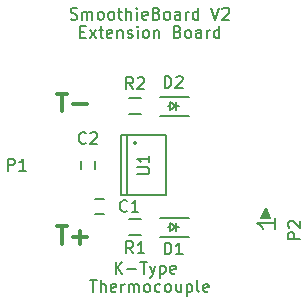
<source format=gbr>
G04 #@! TF.FileFunction,Legend,Top*
%FSLAX46Y46*%
G04 Gerber Fmt 4.6, Leading zero omitted, Abs format (unit mm)*
G04 Created by KiCad (PCBNEW 4.0.2-stable) date 4/28/2016 11:26:28 AM*
%MOMM*%
G01*
G04 APERTURE LIST*
%ADD10C,0.100000*%
%ADD11C,0.150000*%
%ADD12C,0.300000*%
%ADD13C,0.198120*%
%ADD14C,0.200000*%
G04 APERTURE END LIST*
D10*
D11*
X7285714Y26370238D02*
X7428571Y26322619D01*
X7666667Y26322619D01*
X7761905Y26370238D01*
X7809524Y26417857D01*
X7857143Y26513095D01*
X7857143Y26608333D01*
X7809524Y26703571D01*
X7761905Y26751190D01*
X7666667Y26798810D01*
X7476190Y26846429D01*
X7380952Y26894048D01*
X7333333Y26941667D01*
X7285714Y27036905D01*
X7285714Y27132143D01*
X7333333Y27227381D01*
X7380952Y27275000D01*
X7476190Y27322619D01*
X7714286Y27322619D01*
X7857143Y27275000D01*
X8285714Y26322619D02*
X8285714Y26989286D01*
X8285714Y26894048D02*
X8333333Y26941667D01*
X8428571Y26989286D01*
X8571429Y26989286D01*
X8666667Y26941667D01*
X8714286Y26846429D01*
X8714286Y26322619D01*
X8714286Y26846429D02*
X8761905Y26941667D01*
X8857143Y26989286D01*
X9000000Y26989286D01*
X9095238Y26941667D01*
X9142857Y26846429D01*
X9142857Y26322619D01*
X9761904Y26322619D02*
X9666666Y26370238D01*
X9619047Y26417857D01*
X9571428Y26513095D01*
X9571428Y26798810D01*
X9619047Y26894048D01*
X9666666Y26941667D01*
X9761904Y26989286D01*
X9904762Y26989286D01*
X10000000Y26941667D01*
X10047619Y26894048D01*
X10095238Y26798810D01*
X10095238Y26513095D01*
X10047619Y26417857D01*
X10000000Y26370238D01*
X9904762Y26322619D01*
X9761904Y26322619D01*
X10666666Y26322619D02*
X10571428Y26370238D01*
X10523809Y26417857D01*
X10476190Y26513095D01*
X10476190Y26798810D01*
X10523809Y26894048D01*
X10571428Y26941667D01*
X10666666Y26989286D01*
X10809524Y26989286D01*
X10904762Y26941667D01*
X10952381Y26894048D01*
X11000000Y26798810D01*
X11000000Y26513095D01*
X10952381Y26417857D01*
X10904762Y26370238D01*
X10809524Y26322619D01*
X10666666Y26322619D01*
X11285714Y26989286D02*
X11666666Y26989286D01*
X11428571Y27322619D02*
X11428571Y26465476D01*
X11476190Y26370238D01*
X11571428Y26322619D01*
X11666666Y26322619D01*
X12000000Y26322619D02*
X12000000Y27322619D01*
X12428572Y26322619D02*
X12428572Y26846429D01*
X12380953Y26941667D01*
X12285715Y26989286D01*
X12142857Y26989286D01*
X12047619Y26941667D01*
X12000000Y26894048D01*
X12904762Y26322619D02*
X12904762Y26989286D01*
X12904762Y27322619D02*
X12857143Y27275000D01*
X12904762Y27227381D01*
X12952381Y27275000D01*
X12904762Y27322619D01*
X12904762Y27227381D01*
X13761905Y26370238D02*
X13666667Y26322619D01*
X13476190Y26322619D01*
X13380952Y26370238D01*
X13333333Y26465476D01*
X13333333Y26846429D01*
X13380952Y26941667D01*
X13476190Y26989286D01*
X13666667Y26989286D01*
X13761905Y26941667D01*
X13809524Y26846429D01*
X13809524Y26751190D01*
X13333333Y26655952D01*
X14571429Y26846429D02*
X14714286Y26798810D01*
X14761905Y26751190D01*
X14809524Y26655952D01*
X14809524Y26513095D01*
X14761905Y26417857D01*
X14714286Y26370238D01*
X14619048Y26322619D01*
X14238095Y26322619D01*
X14238095Y27322619D01*
X14571429Y27322619D01*
X14666667Y27275000D01*
X14714286Y27227381D01*
X14761905Y27132143D01*
X14761905Y27036905D01*
X14714286Y26941667D01*
X14666667Y26894048D01*
X14571429Y26846429D01*
X14238095Y26846429D01*
X15380952Y26322619D02*
X15285714Y26370238D01*
X15238095Y26417857D01*
X15190476Y26513095D01*
X15190476Y26798810D01*
X15238095Y26894048D01*
X15285714Y26941667D01*
X15380952Y26989286D01*
X15523810Y26989286D01*
X15619048Y26941667D01*
X15666667Y26894048D01*
X15714286Y26798810D01*
X15714286Y26513095D01*
X15666667Y26417857D01*
X15619048Y26370238D01*
X15523810Y26322619D01*
X15380952Y26322619D01*
X16571429Y26322619D02*
X16571429Y26846429D01*
X16523810Y26941667D01*
X16428572Y26989286D01*
X16238095Y26989286D01*
X16142857Y26941667D01*
X16571429Y26370238D02*
X16476191Y26322619D01*
X16238095Y26322619D01*
X16142857Y26370238D01*
X16095238Y26465476D01*
X16095238Y26560714D01*
X16142857Y26655952D01*
X16238095Y26703571D01*
X16476191Y26703571D01*
X16571429Y26751190D01*
X17047619Y26322619D02*
X17047619Y26989286D01*
X17047619Y26798810D02*
X17095238Y26894048D01*
X17142857Y26941667D01*
X17238095Y26989286D01*
X17333334Y26989286D01*
X18095239Y26322619D02*
X18095239Y27322619D01*
X18095239Y26370238D02*
X18000001Y26322619D01*
X17809524Y26322619D01*
X17714286Y26370238D01*
X17666667Y26417857D01*
X17619048Y26513095D01*
X17619048Y26798810D01*
X17666667Y26894048D01*
X17714286Y26941667D01*
X17809524Y26989286D01*
X18000001Y26989286D01*
X18095239Y26941667D01*
X19190477Y27322619D02*
X19523810Y26322619D01*
X19857144Y27322619D01*
X20142858Y27227381D02*
X20190477Y27275000D01*
X20285715Y27322619D01*
X20523811Y27322619D01*
X20619049Y27275000D01*
X20666668Y27227381D01*
X20714287Y27132143D01*
X20714287Y27036905D01*
X20666668Y26894048D01*
X20095239Y26322619D01*
X20714287Y26322619D01*
X8119047Y25296429D02*
X8452381Y25296429D01*
X8595238Y24772619D02*
X8119047Y24772619D01*
X8119047Y25772619D01*
X8595238Y25772619D01*
X8928571Y24772619D02*
X9452381Y25439286D01*
X8928571Y25439286D02*
X9452381Y24772619D01*
X9690476Y25439286D02*
X10071428Y25439286D01*
X9833333Y25772619D02*
X9833333Y24915476D01*
X9880952Y24820238D01*
X9976190Y24772619D01*
X10071428Y24772619D01*
X10785715Y24820238D02*
X10690477Y24772619D01*
X10500000Y24772619D01*
X10404762Y24820238D01*
X10357143Y24915476D01*
X10357143Y25296429D01*
X10404762Y25391667D01*
X10500000Y25439286D01*
X10690477Y25439286D01*
X10785715Y25391667D01*
X10833334Y25296429D01*
X10833334Y25201190D01*
X10357143Y25105952D01*
X11261905Y25439286D02*
X11261905Y24772619D01*
X11261905Y25344048D02*
X11309524Y25391667D01*
X11404762Y25439286D01*
X11547620Y25439286D01*
X11642858Y25391667D01*
X11690477Y25296429D01*
X11690477Y24772619D01*
X12119048Y24820238D02*
X12214286Y24772619D01*
X12404762Y24772619D01*
X12500001Y24820238D01*
X12547620Y24915476D01*
X12547620Y24963095D01*
X12500001Y25058333D01*
X12404762Y25105952D01*
X12261905Y25105952D01*
X12166667Y25153571D01*
X12119048Y25248810D01*
X12119048Y25296429D01*
X12166667Y25391667D01*
X12261905Y25439286D01*
X12404762Y25439286D01*
X12500001Y25391667D01*
X12976191Y24772619D02*
X12976191Y25439286D01*
X12976191Y25772619D02*
X12928572Y25725000D01*
X12976191Y25677381D01*
X13023810Y25725000D01*
X12976191Y25772619D01*
X12976191Y25677381D01*
X13595238Y24772619D02*
X13500000Y24820238D01*
X13452381Y24867857D01*
X13404762Y24963095D01*
X13404762Y25248810D01*
X13452381Y25344048D01*
X13500000Y25391667D01*
X13595238Y25439286D01*
X13738096Y25439286D01*
X13833334Y25391667D01*
X13880953Y25344048D01*
X13928572Y25248810D01*
X13928572Y24963095D01*
X13880953Y24867857D01*
X13833334Y24820238D01*
X13738096Y24772619D01*
X13595238Y24772619D01*
X14357143Y25439286D02*
X14357143Y24772619D01*
X14357143Y25344048D02*
X14404762Y25391667D01*
X14500000Y25439286D01*
X14642858Y25439286D01*
X14738096Y25391667D01*
X14785715Y25296429D01*
X14785715Y24772619D01*
X16357144Y25296429D02*
X16500001Y25248810D01*
X16547620Y25201190D01*
X16595239Y25105952D01*
X16595239Y24963095D01*
X16547620Y24867857D01*
X16500001Y24820238D01*
X16404763Y24772619D01*
X16023810Y24772619D01*
X16023810Y25772619D01*
X16357144Y25772619D01*
X16452382Y25725000D01*
X16500001Y25677381D01*
X16547620Y25582143D01*
X16547620Y25486905D01*
X16500001Y25391667D01*
X16452382Y25344048D01*
X16357144Y25296429D01*
X16023810Y25296429D01*
X17166667Y24772619D02*
X17071429Y24820238D01*
X17023810Y24867857D01*
X16976191Y24963095D01*
X16976191Y25248810D01*
X17023810Y25344048D01*
X17071429Y25391667D01*
X17166667Y25439286D01*
X17309525Y25439286D01*
X17404763Y25391667D01*
X17452382Y25344048D01*
X17500001Y25248810D01*
X17500001Y24963095D01*
X17452382Y24867857D01*
X17404763Y24820238D01*
X17309525Y24772619D01*
X17166667Y24772619D01*
X18357144Y24772619D02*
X18357144Y25296429D01*
X18309525Y25391667D01*
X18214287Y25439286D01*
X18023810Y25439286D01*
X17928572Y25391667D01*
X18357144Y24820238D02*
X18261906Y24772619D01*
X18023810Y24772619D01*
X17928572Y24820238D01*
X17880953Y24915476D01*
X17880953Y25010714D01*
X17928572Y25105952D01*
X18023810Y25153571D01*
X18261906Y25153571D01*
X18357144Y25201190D01*
X18833334Y24772619D02*
X18833334Y25439286D01*
X18833334Y25248810D02*
X18880953Y25344048D01*
X18928572Y25391667D01*
X19023810Y25439286D01*
X19119049Y25439286D01*
X19880954Y24772619D02*
X19880954Y25772619D01*
X19880954Y24820238D02*
X19785716Y24772619D01*
X19595239Y24772619D01*
X19500001Y24820238D01*
X19452382Y24867857D01*
X19404763Y24963095D01*
X19404763Y25248810D01*
X19452382Y25344048D01*
X19500001Y25391667D01*
X19595239Y25439286D01*
X19785716Y25439286D01*
X19880954Y25391667D01*
X11095238Y4822619D02*
X11095238Y5822619D01*
X11666667Y4822619D02*
X11238095Y5394048D01*
X11666667Y5822619D02*
X11095238Y5251190D01*
X12095238Y5203571D02*
X12857143Y5203571D01*
X13190476Y5822619D02*
X13761905Y5822619D01*
X13476190Y4822619D02*
X13476190Y5822619D01*
X14000000Y5489286D02*
X14238095Y4822619D01*
X14476191Y5489286D02*
X14238095Y4822619D01*
X14142857Y4584524D01*
X14095238Y4536905D01*
X14000000Y4489286D01*
X14857143Y5489286D02*
X14857143Y4489286D01*
X14857143Y5441667D02*
X14952381Y5489286D01*
X15142858Y5489286D01*
X15238096Y5441667D01*
X15285715Y5394048D01*
X15333334Y5298810D01*
X15333334Y5013095D01*
X15285715Y4917857D01*
X15238096Y4870238D01*
X15142858Y4822619D01*
X14952381Y4822619D01*
X14857143Y4870238D01*
X16142858Y4870238D02*
X16047620Y4822619D01*
X15857143Y4822619D01*
X15761905Y4870238D01*
X15714286Y4965476D01*
X15714286Y5346429D01*
X15761905Y5441667D01*
X15857143Y5489286D01*
X16047620Y5489286D01*
X16142858Y5441667D01*
X16190477Y5346429D01*
X16190477Y5251190D01*
X15714286Y5155952D01*
X8928571Y4272619D02*
X9500000Y4272619D01*
X9214285Y3272619D02*
X9214285Y4272619D01*
X9833333Y3272619D02*
X9833333Y4272619D01*
X10261905Y3272619D02*
X10261905Y3796429D01*
X10214286Y3891667D01*
X10119048Y3939286D01*
X9976190Y3939286D01*
X9880952Y3891667D01*
X9833333Y3844048D01*
X11119048Y3320238D02*
X11023810Y3272619D01*
X10833333Y3272619D01*
X10738095Y3320238D01*
X10690476Y3415476D01*
X10690476Y3796429D01*
X10738095Y3891667D01*
X10833333Y3939286D01*
X11023810Y3939286D01*
X11119048Y3891667D01*
X11166667Y3796429D01*
X11166667Y3701190D01*
X10690476Y3605952D01*
X11595238Y3272619D02*
X11595238Y3939286D01*
X11595238Y3748810D02*
X11642857Y3844048D01*
X11690476Y3891667D01*
X11785714Y3939286D01*
X11880953Y3939286D01*
X12214286Y3272619D02*
X12214286Y3939286D01*
X12214286Y3844048D02*
X12261905Y3891667D01*
X12357143Y3939286D01*
X12500001Y3939286D01*
X12595239Y3891667D01*
X12642858Y3796429D01*
X12642858Y3272619D01*
X12642858Y3796429D02*
X12690477Y3891667D01*
X12785715Y3939286D01*
X12928572Y3939286D01*
X13023810Y3891667D01*
X13071429Y3796429D01*
X13071429Y3272619D01*
X13690476Y3272619D02*
X13595238Y3320238D01*
X13547619Y3367857D01*
X13500000Y3463095D01*
X13500000Y3748810D01*
X13547619Y3844048D01*
X13595238Y3891667D01*
X13690476Y3939286D01*
X13833334Y3939286D01*
X13928572Y3891667D01*
X13976191Y3844048D01*
X14023810Y3748810D01*
X14023810Y3463095D01*
X13976191Y3367857D01*
X13928572Y3320238D01*
X13833334Y3272619D01*
X13690476Y3272619D01*
X14880953Y3320238D02*
X14785715Y3272619D01*
X14595238Y3272619D01*
X14500000Y3320238D01*
X14452381Y3367857D01*
X14404762Y3463095D01*
X14404762Y3748810D01*
X14452381Y3844048D01*
X14500000Y3891667D01*
X14595238Y3939286D01*
X14785715Y3939286D01*
X14880953Y3891667D01*
X15452381Y3272619D02*
X15357143Y3320238D01*
X15309524Y3367857D01*
X15261905Y3463095D01*
X15261905Y3748810D01*
X15309524Y3844048D01*
X15357143Y3891667D01*
X15452381Y3939286D01*
X15595239Y3939286D01*
X15690477Y3891667D01*
X15738096Y3844048D01*
X15785715Y3748810D01*
X15785715Y3463095D01*
X15738096Y3367857D01*
X15690477Y3320238D01*
X15595239Y3272619D01*
X15452381Y3272619D01*
X16642858Y3939286D02*
X16642858Y3272619D01*
X16214286Y3939286D02*
X16214286Y3415476D01*
X16261905Y3320238D01*
X16357143Y3272619D01*
X16500001Y3272619D01*
X16595239Y3320238D01*
X16642858Y3367857D01*
X17119048Y3939286D02*
X17119048Y2939286D01*
X17119048Y3891667D02*
X17214286Y3939286D01*
X17404763Y3939286D01*
X17500001Y3891667D01*
X17547620Y3844048D01*
X17595239Y3748810D01*
X17595239Y3463095D01*
X17547620Y3367857D01*
X17500001Y3320238D01*
X17404763Y3272619D01*
X17214286Y3272619D01*
X17119048Y3320238D01*
X18166667Y3272619D02*
X18071429Y3320238D01*
X18023810Y3415476D01*
X18023810Y4272619D01*
X18928573Y3320238D02*
X18833335Y3272619D01*
X18642858Y3272619D01*
X18547620Y3320238D01*
X18500001Y3415476D01*
X18500001Y3796429D01*
X18547620Y3891667D01*
X18642858Y3939286D01*
X18833335Y3939286D01*
X18928573Y3891667D01*
X18976192Y3796429D01*
X18976192Y3701190D01*
X18500001Y3605952D01*
D12*
X6142857Y20071429D02*
X7000000Y20071429D01*
X6571429Y18571429D02*
X6571429Y20071429D01*
X7500000Y19142857D02*
X8642857Y19142857D01*
X6142857Y8821429D02*
X7000000Y8821429D01*
X6571429Y7321429D02*
X6571429Y8821429D01*
X7500000Y7892857D02*
X8642857Y7892857D01*
X8071428Y7321429D02*
X8071428Y8464286D01*
D13*
X24610000Y9510000D02*
X24610000Y9070000D01*
X23550000Y8620000D02*
X23470000Y8750000D01*
X23470000Y8750000D02*
X23340000Y8910000D01*
X23340000Y8910000D02*
X23170000Y9050000D01*
X23170000Y9050000D02*
X23080000Y9080000D01*
X23080000Y9080000D02*
X24610000Y9080000D01*
X24610000Y9080000D02*
X24610000Y8640000D01*
X23900000Y10070000D02*
X23700000Y10070000D01*
X23700000Y9970000D02*
X23900000Y9970000D01*
X24000000Y9870000D02*
X23600000Y9870000D01*
X23600000Y9770000D02*
X24000000Y9770000D01*
X24100000Y9670000D02*
X23500000Y9670000D01*
X23800000Y10370000D02*
X24200000Y9570000D01*
X24200000Y9570000D02*
X23400000Y9570000D01*
X23400000Y9570000D02*
X23800000Y10370000D01*
D11*
X10100000Y9900000D02*
X9400000Y9900000D01*
X9400000Y11100000D02*
X10100000Y11100000D01*
X15750000Y8750000D02*
X15500000Y8750000D01*
X16250000Y8750000D02*
X16500000Y8750000D01*
X16250000Y8750000D02*
X15750000Y8400000D01*
X15750000Y8400000D02*
X15750000Y9100000D01*
X15750000Y9100000D02*
X16250000Y8750000D01*
X16250000Y8400000D02*
X16250000Y9100000D01*
X17300000Y9550000D02*
X14900000Y9550000D01*
X17300000Y7950000D02*
X14900000Y7950000D01*
X15750000Y19000000D02*
X15500000Y19000000D01*
X16250000Y19000000D02*
X16500000Y19000000D01*
X16250000Y19000000D02*
X15750000Y18650000D01*
X15750000Y18650000D02*
X15750000Y19350000D01*
X15750000Y19350000D02*
X16250000Y19000000D01*
X16250000Y18650000D02*
X16250000Y19350000D01*
X17300000Y19800000D02*
X14900000Y19800000D01*
X17300000Y18200000D02*
X14900000Y18200000D01*
X13250000Y8075000D02*
X12250000Y8075000D01*
X12250000Y9425000D02*
X13250000Y9425000D01*
X13250000Y18325000D02*
X12250000Y18325000D01*
X12250000Y19675000D02*
X13250000Y19675000D01*
X8150000Y13650000D02*
X8150000Y14350000D01*
X9350000Y14350000D02*
X9350000Y13650000D01*
X12865000Y15905000D02*
G75*
G03X12865000Y15905000I-127000J0D01*
G01*
X12103000Y16540000D02*
X12103000Y11460000D01*
X15405000Y16540000D02*
X15405000Y11460000D01*
X11595000Y16540000D02*
X11595000Y11460000D01*
X11595000Y16540000D02*
X15405000Y16540000D01*
X11595000Y11460000D02*
X15405000Y11460000D01*
D14*
X26702381Y7761905D02*
X25702381Y7761905D01*
X25702381Y8142858D01*
X25750000Y8238096D01*
X25797619Y8285715D01*
X25892857Y8333334D01*
X26035714Y8333334D01*
X26130952Y8285715D01*
X26178571Y8238096D01*
X26226190Y8142858D01*
X26226190Y7761905D01*
X25797619Y8714286D02*
X25750000Y8761905D01*
X25702381Y8857143D01*
X25702381Y9095239D01*
X25750000Y9190477D01*
X25797619Y9238096D01*
X25892857Y9285715D01*
X25988095Y9285715D01*
X26130952Y9238096D01*
X26702381Y8666667D01*
X26702381Y9285715D01*
D11*
X12083334Y10142857D02*
X12035715Y10095238D01*
X11892858Y10047619D01*
X11797620Y10047619D01*
X11654762Y10095238D01*
X11559524Y10190476D01*
X11511905Y10285714D01*
X11464286Y10476190D01*
X11464286Y10619048D01*
X11511905Y10809524D01*
X11559524Y10904762D01*
X11654762Y11000000D01*
X11797620Y11047619D01*
X11892858Y11047619D01*
X12035715Y11000000D01*
X12083334Y10952381D01*
X13035715Y10047619D02*
X12464286Y10047619D01*
X12750000Y10047619D02*
X12750000Y11047619D01*
X12654762Y10904762D01*
X12559524Y10809524D01*
X12464286Y10761905D01*
X15261905Y6447619D02*
X15261905Y7447619D01*
X15500000Y7447619D01*
X15642858Y7400000D01*
X15738096Y7304762D01*
X15785715Y7209524D01*
X15833334Y7019048D01*
X15833334Y6876190D01*
X15785715Y6685714D01*
X15738096Y6590476D01*
X15642858Y6495238D01*
X15500000Y6447619D01*
X15261905Y6447619D01*
X16785715Y6447619D02*
X16214286Y6447619D01*
X16500000Y6447619D02*
X16500000Y7447619D01*
X16404762Y7304762D01*
X16309524Y7209524D01*
X16214286Y7161905D01*
X15261905Y20547619D02*
X15261905Y21547619D01*
X15500000Y21547619D01*
X15642858Y21500000D01*
X15738096Y21404762D01*
X15785715Y21309524D01*
X15833334Y21119048D01*
X15833334Y20976190D01*
X15785715Y20785714D01*
X15738096Y20690476D01*
X15642858Y20595238D01*
X15500000Y20547619D01*
X15261905Y20547619D01*
X16214286Y21452381D02*
X16261905Y21500000D01*
X16357143Y21547619D01*
X16595239Y21547619D01*
X16690477Y21500000D01*
X16738096Y21452381D01*
X16785715Y21357143D01*
X16785715Y21261905D01*
X16738096Y21119048D01*
X16166667Y20547619D01*
X16785715Y20547619D01*
X12583334Y6547619D02*
X12250000Y7023810D01*
X12011905Y6547619D02*
X12011905Y7547619D01*
X12392858Y7547619D01*
X12488096Y7500000D01*
X12535715Y7452381D01*
X12583334Y7357143D01*
X12583334Y7214286D01*
X12535715Y7119048D01*
X12488096Y7071429D01*
X12392858Y7023810D01*
X12011905Y7023810D01*
X13535715Y6547619D02*
X12964286Y6547619D01*
X13250000Y6547619D02*
X13250000Y7547619D01*
X13154762Y7404762D01*
X13059524Y7309524D01*
X12964286Y7261905D01*
X12583334Y20447619D02*
X12250000Y20923810D01*
X12011905Y20447619D02*
X12011905Y21447619D01*
X12392858Y21447619D01*
X12488096Y21400000D01*
X12535715Y21352381D01*
X12583334Y21257143D01*
X12583334Y21114286D01*
X12535715Y21019048D01*
X12488096Y20971429D01*
X12392858Y20923810D01*
X12011905Y20923810D01*
X12964286Y21352381D02*
X13011905Y21400000D01*
X13107143Y21447619D01*
X13345239Y21447619D01*
X13440477Y21400000D01*
X13488096Y21352381D01*
X13535715Y21257143D01*
X13535715Y21161905D01*
X13488096Y21019048D01*
X12916667Y20447619D01*
X13535715Y20447619D01*
X8583334Y15892857D02*
X8535715Y15845238D01*
X8392858Y15797619D01*
X8297620Y15797619D01*
X8154762Y15845238D01*
X8059524Y15940476D01*
X8011905Y16035714D01*
X7964286Y16226190D01*
X7964286Y16369048D01*
X8011905Y16559524D01*
X8059524Y16654762D01*
X8154762Y16750000D01*
X8297620Y16797619D01*
X8392858Y16797619D01*
X8535715Y16750000D01*
X8583334Y16702381D01*
X8964286Y16702381D02*
X9011905Y16750000D01*
X9107143Y16797619D01*
X9345239Y16797619D01*
X9440477Y16750000D01*
X9488096Y16702381D01*
X9535715Y16607143D01*
X9535715Y16511905D01*
X9488096Y16369048D01*
X8916667Y15797619D01*
X9535715Y15797619D01*
X2011905Y13547619D02*
X2011905Y14547619D01*
X2392858Y14547619D01*
X2488096Y14500000D01*
X2535715Y14452381D01*
X2583334Y14357143D01*
X2583334Y14214286D01*
X2535715Y14119048D01*
X2488096Y14071429D01*
X2392858Y14023810D01*
X2011905Y14023810D01*
X3535715Y13547619D02*
X2964286Y13547619D01*
X3250000Y13547619D02*
X3250000Y14547619D01*
X3154762Y14404762D01*
X3059524Y14309524D01*
X2964286Y14261905D01*
X12952381Y13238095D02*
X13761905Y13238095D01*
X13857143Y13285714D01*
X13904762Y13333333D01*
X13952381Y13428571D01*
X13952381Y13619048D01*
X13904762Y13714286D01*
X13857143Y13761905D01*
X13761905Y13809524D01*
X12952381Y13809524D01*
X13952381Y14809524D02*
X13952381Y14238095D01*
X13952381Y14523809D02*
X12952381Y14523809D01*
X13095238Y14428571D01*
X13190476Y14333333D01*
X13238095Y14238095D01*
M02*

</source>
